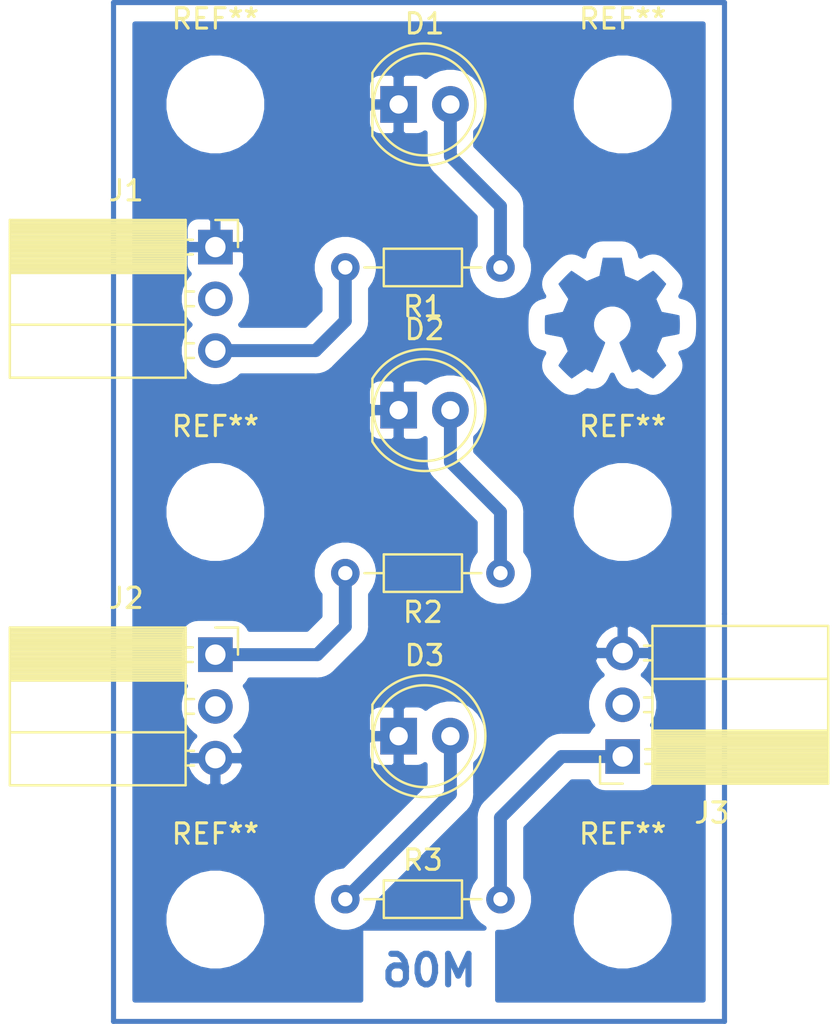
<source format=kicad_pcb>
(kicad_pcb (version 20241229) (generator "pcbnew") (generator_version "9.0")
  (layers (0 "F.Cu" signal) (2 "B.Cu" signal) (13 "F.Paste" user) (15 "B.Paste" user) (5 "F.SilkS" user) (7 "B.SilkS" user) (1 "F.Mask" user) (3 "B.Mask" user) (25 "Edge.Cuts" user))
  (net 0 "")
  (net 1 "Net-(D1-Pad2)")
  (net 2 "GND")
  (net 3 "Net-(D2-Pad2)")
  (net 4 "Net-(D3-Pad2)")
  (net 5 "Net-(J1-Pad3)")
  (net 6 "Net-(J1-Pad2)")
  (net 7 "Net-(J2-Pad2)")
  (net 8 "Net-(J2-Pad1)")
  (net 9 "Net-(J3-Pad2)")
  (net 10 "Net-(J3-Pad1)")
  (footprint "Connector_PinSocket_2.54mm:PinSocket_1x03_P2.54mm_Horizontal" (layer "F.Cu") (at 50 32)
    (property "Reference" "J1" (at -4.38 -2.77 0) (layer "F.SilkS"))
    (property "Value" "Conn_01x03")
    (fp_line (start -10.09 -1.33) (end -10.09 6.41) (stroke (width 0.12)) (layer "F.SilkS"))
    (fp_line (start -10.09 -1.33) (end -1.46 -1.33) (stroke (width 0.12)) (layer "F.SilkS"))
    (fp_line (start -10.09 -1.21) (end -1.46 -1.21) (stroke (width 0.12)) (layer "F.SilkS"))
    (fp_line (start -10.09 -1.091905) (end -1.46 -1.091905) (stroke (width 0.12)) (layer "F.SilkS"))
    (fp_line (start -10.09 -0.97381) (end -1.46 -0.97381) (stroke (width 0.12)) (layer "F.SilkS"))
    (fp_line (start -10.09 -0.855715) (end -1.46 -0.855715) (stroke (width 0.12)) (layer "F.SilkS"))
    (fp_line (start -10.09 -0.73762) (end -1.46 -0.73762) (stroke (width 0.12)) (layer "F.SilkS"))
    (fp_line (start -10.09 -0.619525) (end -1.46 -0.619525) (stroke (width 0.12)) (layer "F.SilkS"))
    (fp_line (start -10.09 -0.50143) (end -1.46 -0.50143) (stroke (width 0.12)) (layer "F.SilkS"))
    (fp_line (start -10.09 -0.383335) (end -1.46 -0.383335) (stroke (width 0.12)) (layer "F.SilkS"))
    (fp_line (start -10.09 -0.26524) (end -1.46 -0.26524) (stroke (width 0.12)) (layer "F.SilkS"))
    (fp_line (start -10.09 -0.147145) (end -1.46 -0.147145) (stroke (width 0.12)) (layer "F.SilkS"))
    (fp_line (start -10.09 -0.02905) (end -1.46 -0.02905) (stroke (width 0.12)) (layer "F.SilkS"))
    (fp_line (start -10.09 0.089045) (end -1.46 0.089045) (stroke (width 0.12)) (layer "F.SilkS"))
    (fp_line (start -10.09 0.20714) (end -1.46 0.20714) (stroke (width 0.12)) (layer "F.SilkS"))
    (fp_line (start -10.09 0.325235) (end -1.46 0.325235) (stroke (width 0.12)) (layer "F.SilkS"))
    (fp_line (start -10.09 0.44333) (end -1.46 0.44333) (stroke (width 0.12)) (layer "F.SilkS"))
    (fp_line (start -10.09 0.561425) (end -1.46 0.561425) (stroke (width 0.12)) (layer "F.SilkS"))
    (fp_line (start -10.09 0.67952) (end -1.46 0.67952) (stroke (width 0.12)) (layer "F.SilkS"))
    (fp_line (start -10.09 0.797615) (end -1.46 0.797615) (stroke (width 0.12)) (layer "F.SilkS"))
    (fp_line (start -10.09 0.91571) (end -1.46 0.91571) (stroke (width 0.12)) (layer "F.SilkS"))
    (fp_line (start -10.09 1.033805) (end -1.46 1.033805) (stroke (width 0.12)) (layer "F.SilkS"))
    (fp_line (start -10.09 1.1519) (end -1.46 1.1519) (stroke (width 0.12)) (layer "F.SilkS"))
    (fp_line (start -10.09 1.27) (end -1.46 1.27) (stroke (width 0.12)) (layer "F.SilkS"))
    (fp_line (start -10.09 3.81) (end -1.46 3.81) (stroke (width 0.12)) (layer "F.SilkS"))
    (fp_line (start -10.09 6.41) (end -1.46 6.41) (stroke (width 0.12)) (layer "F.SilkS"))
    (fp_line (start -1.46 -1.33) (end -1.46 6.41) (stroke (width 0.12)) (layer "F.SilkS"))
    (fp_line (start -1.46 -0.36) (end -1.11 -0.36) (stroke (width 0.12)) (layer "F.SilkS"))
    (fp_line (start -1.46 0.36) (end -1.11 0.36) (stroke (width 0.12)) (layer "F.SilkS"))
    (fp_line (start -1.46 2.18) (end -1.05 2.18) (stroke (width 0.12)) (layer "F.SilkS"))
    (fp_line (start -1.46 2.9) (end -1.05 2.9) (stroke (width 0.12)) (layer "F.SilkS"))
    (fp_line (start -1.46 4.72) (end -1.05 4.72) (stroke (width 0.12)) (layer "F.SilkS"))
    (fp_line (start -1.46 5.44) (end -1.05 5.44) (stroke (width 0.12)) (layer "F.SilkS"))
    (fp_line (start 0 -1.33) (end 1.11 -1.33) (stroke (width 0.12)) (layer "F.SilkS"))
    (fp_line (start 1.11 -1.33) (end 1.11 0) (stroke (width 0.12)) (layer "F.SilkS"))
    (pad "1" thru_hole rect (at 0 0) (size 1.7 1.7) (drill 1) (layers "*.Cu" "*.Mask") (net 2 "GND"))
    (pad "2" thru_hole oval (at 0 2.54) (size 1.7 1.7) (drill 1) (layers "*.Cu" "*.Mask") (net 6 "Net-(J1-Pad2)"))
    (pad "3" thru_hole oval (at 0 5.08) (size 1.7 1.7) (drill 1) (layers "*.Cu" "*.Mask") (net 5 "Net-(J1-Pad3)"))
  )
  (footprint "Connector_PinSocket_2.54mm:PinSocket_1x03_P2.54mm_Horizontal" (layer "F.Cu") (at 50 52)
    (property "Reference" "J2" (at -4.38 -2.77 0) (layer "F.SilkS"))
    (property "Value" "Conn_01x03")
    (fp_line (start -10.09 -1.33) (end -10.09 6.41) (stroke (width 0.12)) (layer "F.SilkS"))
    (fp_line (start -10.09 -1.33) (end -1.46 -1.33) (stroke (width 0.12)) (layer "F.SilkS"))
    (fp_line (start -10.09 -1.21) (end -1.46 -1.21) (stroke (width 0.12)) (layer "F.SilkS"))
    (fp_line (start -10.09 -1.091905) (end -1.46 -1.091905) (stroke (width 0.12)) (layer "F.SilkS"))
    (fp_line (start -10.09 -0.97381) (end -1.46 -0.97381) (stroke (width 0.12)) (layer "F.SilkS"))
    (fp_line (start -10.09 -0.855715) (end -1.46 -0.855715) (stroke (width 0.12)) (layer "F.SilkS"))
    (fp_line (start -10.09 -0.73762) (end -1.46 -0.73762) (stroke (width 0.12)) (layer "F.SilkS"))
    (fp_line (start -10.09 -0.619525) (end -1.46 -0.619525) (stroke (width 0.12)) (layer "F.SilkS"))
    (fp_line (start -10.09 -0.50143) (end -1.46 -0.50143) (stroke (width 0.12)) (layer "F.SilkS"))
    (fp_line (start -10.09 -0.383335) (end -1.46 -0.383335) (stroke (width 0.12)) (layer "F.SilkS"))
    (fp_line (start -10.09 -0.26524) (end -1.46 -0.26524) (stroke (width 0.12)) (layer "F.SilkS"))
    (fp_line (start -10.09 -0.147145) (end -1.46 -0.147145) (stroke (width 0.12)) (layer "F.SilkS"))
    (fp_line (start -10.09 -0.02905) (end -1.46 -0.02905) (stroke (width 0.12)) (layer "F.SilkS"))
    (fp_line (start -10.09 0.089045) (end -1.46 0.089045) (stroke (width 0.12)) (layer "F.SilkS"))
    (fp_line (start -10.09 0.20714) (end -1.46 0.20714) (stroke (width 0.12)) (layer "F.SilkS"))
    (fp_line (start -10.09 0.325235) (end -1.46 0.325235) (stroke (width 0.12)) (layer "F.SilkS"))
    (fp_line (start -10.09 0.44333) (end -1.46 0.44333) (stroke (width 0.12)) (layer "F.SilkS"))
    (fp_line (start -10.09 0.561425) (end -1.46 0.561425) (stroke (width 0.12)) (layer "F.SilkS"))
    (fp_line (start -10.09 0.67952) (end -1.46 0.67952) (stroke (width 0.12)) (layer "F.SilkS"))
    (fp_line (start -10.09 0.797615) (end -1.46 0.797615) (stroke (width 0.12)) (layer "F.SilkS"))
    (fp_line (start -10.09 0.91571) (end -1.46 0.91571) (stroke (width 0.12)) (layer "F.SilkS"))
    (fp_line (start -10.09 1.033805) (end -1.46 1.033805) (stroke (width 0.12)) (layer "F.SilkS"))
    (fp_line (start -10.09 1.1519) (end -1.46 1.1519) (stroke (width 0.12)) (layer "F.SilkS"))
    (fp_line (start -10.09 1.27) (end -1.46 1.27) (stroke (width 0.12)) (layer "F.SilkS"))
    (fp_line (start -10.09 3.81) (end -1.46 3.81) (stroke (width 0.12)) (layer "F.SilkS"))
    (fp_line (start -10.09 6.41) (end -1.46 6.41) (stroke (width 0.12)) (layer "F.SilkS"))
    (fp_line (start -1.46 -1.33) (end -1.46 6.41) (stroke (width 0.12)) (layer "F.SilkS"))
    (fp_line (start -1.46 -0.36) (end -1.11 -0.36) (stroke (width 0.12)) (layer "F.SilkS"))
    (fp_line (start -1.46 0.36) (end -1.11 0.36) (stroke (width 0.12)) (layer "F.SilkS"))
    (fp_line (start -1.46 2.18) (end -1.05 2.18) (stroke (width 0.12)) (layer "F.SilkS"))
    (fp_line (start -1.46 2.9) (end -1.05 2.9) (stroke (width 0.12)) (layer "F.SilkS"))
    (fp_line (start -1.46 4.72) (end -1.05 4.72) (stroke (width 0.12)) (layer "F.SilkS"))
    (fp_line (start -1.46 5.44) (end -1.05 5.44) (stroke (width 0.12)) (layer "F.SilkS"))
    (fp_line (start 0 -1.33) (end 1.11 -1.33) (stroke (width 0.12)) (layer "F.SilkS"))
    (fp_line (start 1.11 -1.33) (end 1.11 0) (stroke (width 0.12)) (layer "F.SilkS"))
    (pad "1" thru_hole rect (at 0 0) (size 1.7 1.7) (drill 1) (layers "*.Cu" "*.Mask") (net 8 "Net-(J2-Pad1)"))
    (pad "2" thru_hole oval (at 0 2.54) (size 1.7 1.7) (drill 1) (layers "*.Cu" "*.Mask") (net 7 "Net-(J2-Pad2)"))
    (pad "3" thru_hole oval (at 0 5.08) (size 1.7 1.7) (drill 1) (layers "*.Cu" "*.Mask") (net 2 "GND"))
  )
  (footprint "Resistor_THT:R_Axial_DIN0204_L3.6mm_D1.6mm_P7.62mm_Horizontal" (layer "F.Cu") (at 64 33 180)
    (property "Reference" "R1" (at 3.81 -1.92 0) (layer "F.SilkS"))
    (property "Value" "470")
    (fp_line (start 6.68 0) (end 5.73 0) (stroke (width 0.12)) (layer "F.SilkS"))
    (fp_line (start 5.73 0.92) (end 5.73 -0.92) (stroke (width 0.12)) (layer "F.SilkS"))
    (fp_line (start 5.73 -0.92) (end 1.89 -0.92) (stroke (width 0.12)) (layer "F.SilkS"))
    (fp_line (start 1.89 0.92) (end 5.73 0.92) (stroke (width 0.12)) (layer "F.SilkS"))
    (fp_line (start 1.89 -0.92) (end 1.89 0.92) (stroke (width 0.12)) (layer "F.SilkS"))
    (fp_line (start 0.94 0) (end 1.89 0) (stroke (width 0.12)) (layer "F.SilkS"))
    (pad "1" thru_hole circle (at 0 0 180) (size 1.4 1.4) (drill 0.7) (layers "*.Cu" "*.Mask") (net 1 "Net-(D1-Pad2)"))
    (pad "2" thru_hole oval (at 7.62 0 180) (size 1.4 1.4) (drill 0.7) (layers "*.Cu" "*.Mask") (net 5 "Net-(J1-Pad3)"))
  )
  (footprint "LED_THT:LED_D5.0mm" (layer "F.Cu") (at 59 25)
    (property "Reference" "D1" (at 1.27 -3.96 0) (layer "F.SilkS"))
    (property "Value" "ROJO")
    (fp_line (start -1.29 -1.545) (end -1.29 1.545) (stroke (width 0.12)) (layer "F.SilkS"))
    (fp_arc (start -1.29 -1.54483) (mid 2.072002 -2.880433) (end 4.26 0.000462) (stroke (width 0.12)) (layer "F.SilkS"))
    (fp_arc (start 4.26 -0.000462) (mid 2.072002 2.880433) (end -1.29 1.54483) (stroke (width 0.12)) (layer "F.SilkS"))
    (fp_circle (center 1.27 0) (end 3.77 0) (stroke (width 0.12)) (fill no) (layer "F.SilkS"))
    (pad "1" thru_hole rect (at 0 0) (size 1.8 1.8) (drill 0.9) (layers "*.Cu" "*.Mask") (net 2 "GND"))
    (pad "2" thru_hole circle (at 2.54 0) (size 1.8 1.8) (drill 0.9) (layers "*.Cu" "*.Mask") (net 1 "Net-(D1-Pad2)"))
  )
  (footprint "LED_THT:LED_D5.0mm" (layer "F.Cu") (at 59 40)
    (property "Reference" "D2" (at 1.27 -3.96 0) (layer "F.SilkS"))
    (property "Value" "AMARILLO")
    (fp_line (start -1.29 -1.545) (end -1.29 1.545) (stroke (width 0.12)) (layer "F.SilkS"))
    (fp_arc (start -1.29 -1.54483) (mid 2.072002 -2.880433) (end 4.26 0.000462) (stroke (width 0.12)) (layer "F.SilkS"))
    (fp_arc (start 4.26 -0.000462) (mid 2.072002 2.880433) (end -1.29 1.54483) (stroke (width 0.12)) (layer "F.SilkS"))
    (fp_circle (center 1.27 0) (end 3.77 0) (stroke (width 0.12)) (fill no) (layer "F.SilkS"))
    (pad "1" thru_hole rect (at 0 0) (size 1.8 1.8) (drill 0.9) (layers "*.Cu" "*.Mask") (net 2 "GND"))
    (pad "2" thru_hole circle (at 2.54 0) (size 1.8 1.8) (drill 0.9) (layers "*.Cu" "*.Mask") (net 3 "Net-(D2-Pad2)"))
  )
  (footprint "LED_THT:LED_D5.0mm" (layer "F.Cu") (at 59 56)
    (property "Reference" "D3" (at 1.27 -3.96 0) (layer "F.SilkS"))
    (property "Value" "VERDE")
    (fp_line (start -1.29 -1.545) (end -1.29 1.545) (stroke (width 0.12)) (layer "F.SilkS"))
    (fp_arc (start -1.29 -1.54483) (mid 2.072002 -2.880433) (end 4.26 0.000462) (stroke (width 0.12)) (layer "F.SilkS"))
    (fp_arc (start 4.26 -0.000462) (mid 2.072002 2.880433) (end -1.29 1.54483) (stroke (width 0.12)) (layer "F.SilkS"))
    (fp_circle (center 1.27 0) (end 3.77 0) (stroke (width 0.12)) (fill no) (layer "F.SilkS"))
    (pad "1" thru_hole rect (at 0 0) (size 1.8 1.8) (drill 0.9) (layers "*.Cu" "*.Mask") (net 2 "GND"))
    (pad "2" thru_hole circle (at 2.54 0) (size 1.8 1.8) (drill 0.9) (layers "*.Cu" "*.Mask") (net 4 "Net-(D3-Pad2)"))
  )
  (footprint "Resistor_THT:R_Axial_DIN0204_L3.6mm_D1.6mm_P7.62mm_Horizontal" (layer "F.Cu") (at 56.38 64)
    (property "Reference" "R3" (at 3.81 -1.92 0) (layer "F.SilkS"))
    (property "Value" "470")
    (fp_line (start 0.94 0) (end 1.89 0) (stroke (width 0.12)) (layer "F.SilkS"))
    (fp_line (start 1.89 -0.92) (end 1.89 0.92) (stroke (width 0.12)) (layer "F.SilkS"))
    (fp_line (start 1.89 0.92) (end 5.73 0.92) (stroke (width 0.12)) (layer "F.SilkS"))
    (fp_line (start 5.73 -0.92) (end 1.89 -0.92) (stroke (width 0.12)) (layer "F.SilkS"))
    (fp_line (start 5.73 0.92) (end 5.73 -0.92) (stroke (width 0.12)) (layer "F.SilkS"))
    (fp_line (start 6.68 0) (end 5.73 0) (stroke (width 0.12)) (layer "F.SilkS"))
    (pad "1" thru_hole circle (at 0 0) (size 1.4 1.4) (drill 0.7) (layers "*.Cu" "*.Mask") (net 4 "Net-(D3-Pad2)"))
    (pad "2" thru_hole oval (at 7.62 0) (size 1.4 1.4) (drill 0.7) (layers "*.Cu" "*.Mask") (net 10 "Net-(J3-Pad1)"))
  )
  (footprint "MountingHole:MountingHole_3.2mm_M3" (layer "F.Cu") (at 70 25)
    (property "Reference" "REF**" (at 0 -4.2 0) (layer "F.SilkS"))
    (property "Value" "MountingHole_3.2mm_M3" (hide yes))
    (pad "" np_thru_hole circle (at 0 0) (size 3.2 3.2) (drill 3.2) (layers "*.Cu" "*.Mask"))
  )
  (footprint "MountingHole:MountingHole_3.2mm_M3" (layer "F.Cu") (at 50 45)
    (property "Reference" "REF**" (at 0 -4.2 0) (layer "F.SilkS"))
    (property "Value" "MountingHole_3.2mm_M3" (hide yes))
    (pad "" np_thru_hole circle (at 0 0) (size 3.2 3.2) (drill 3.2) (layers "*.Cu" "*.Mask"))
  )
  (footprint "MountingHole:MountingHole_3.2mm_M3" (layer "F.Cu") (at 50 65)
    (property "Reference" "REF**" (at 0 -4.2 0) (layer "F.SilkS"))
    (property "Value" "MountingHole_3.2mm_M3" (hide yes))
    (pad "" np_thru_hole circle (at 0 0) (size 3.2 3.2) (drill 3.2) (layers "*.Cu" "*.Mask"))
  )
  (footprint "MountingHole:MountingHole_3.2mm_M3" (layer "F.Cu") (at 50 25)
    (property "Reference" "REF**" (at 0 -4.2 0) (layer "F.SilkS"))
    (property "Value" "MountingHole_3.2mm_M3" (hide yes))
    (pad "" np_thru_hole circle (at 0 0) (size 3.2 3.2) (drill 3.2) (layers "*.Cu" "*.Mask"))
  )
  (footprint "MountingHole:MountingHole_3.2mm_M3" (layer "F.Cu") (at 70 45)
    (property "Reference" "REF**" (at 0 -4.2 0) (layer "F.SilkS"))
    (property "Value" "MountingHole_3.2mm_M3" (hide yes))
    (pad "" np_thru_hole circle (at 0 0) (size 3.2 3.2) (drill 3.2) (layers "*.Cu" "*.Mask"))
  )
  (footprint "MountingHole:MountingHole_3.2mm_M3" (layer "F.Cu") (at 70 65)
    (property "Reference" "REF**" (at 0 -4.2 0) (layer "F.SilkS"))
    (property "Value" "MountingHole_3.2mm_M3" (hide yes))
    (pad "" np_thru_hole circle (at 0 0) (size 3.2 3.2) (drill 3.2) (layers "*.Cu" "*.Mask"))
  )
  (footprint "Connector_PinSocket_2.54mm:PinSocket_1x03_P2.54mm_Horizontal" (layer "F.Cu") (at 70 57 180)
    (property "Reference" "J3" (at -4.38 -2.77 0) (layer "F.SilkS"))
    (property "Value" "Conn_01x03")
    (fp_line (start 1.11 -1.33) (end 1.11 0) (stroke (width 0.12)) (layer "F.SilkS"))
    (fp_line (start 0 -1.33) (end 1.11 -1.33) (stroke (width 0.12)) (layer "F.SilkS"))
    (fp_line (start -1.46 5.44) (end -1.05 5.44) (stroke (width 0.12)) (layer "F.SilkS"))
    (fp_line (start -1.46 4.72) (end -1.05 4.72) (stroke (width 0.12)) (layer "F.SilkS"))
    (fp_line (start -1.46 2.9) (end -1.05 2.9) (stroke (width 0.12)) (layer "F.SilkS"))
    (fp_line (start -1.46 2.18) (end -1.05 2.18) (stroke (width 0.12)) (layer "F.SilkS"))
    (fp_line (start -1.46 0.36) (end -1.11 0.36) (stroke (width 0.12)) (layer "F.SilkS"))
    (fp_line (start -1.46 -0.36) (end -1.11 -0.36) (stroke (width 0.12)) (layer "F.SilkS"))
    (fp_line (start -1.46 -1.33) (end -1.46 6.41) (stroke (width 0.12)) (layer "F.SilkS"))
    (fp_line (start -10.09 6.41) (end -1.46 6.41) (stroke (width 0.12)) (layer "F.SilkS"))
    (fp_line (start -10.09 3.81) (end -1.46 3.81) (stroke (width 0.12)) (layer "F.SilkS"))
    (fp_line (start -10.09 1.27) (end -1.46 1.27) (stroke (width 0.12)) (layer "F.SilkS"))
    (fp_line (start -10.09 1.1519) (end -1.46 1.1519) (stroke (width 0.12)) (layer "F.SilkS"))
    (fp_line (start -10.09 1.033805) (end -1.46 1.033805) (stroke (width 0.12)) (layer "F.SilkS"))
    (fp_line (start -10.09 0.91571) (end -1.46 0.91571) (stroke (width 0.12)) (layer "F.SilkS"))
    (fp_line (start -10.09 0.797615) (end -1.46 0.797615) (stroke (width 0.12)) (layer "F.SilkS"))
    (fp_line (start -10.09 0.67952) (end -1.46 0.67952) (stroke (width 0.12)) (layer "F.SilkS"))
    (fp_line (start -10.09 0.561425) (end -1.46 0.561425) (stroke (width 0.12)) (layer "F.SilkS"))
    (fp_line (start -10.09 0.44333) (end -1.46 0.44333) (stroke (width 0.12)) (layer "F.SilkS"))
    (fp_line (start -10.09 0.325235) (end -1.46 0.325235) (stroke (width 0.12)) (layer "F.SilkS"))
    (fp_line (start -10.09 0.20714) (end -1.46 0.20714) (stroke (width 0.12)) (layer "F.SilkS"))
    (fp_line (start -10.09 0.089045) (end -1.46 0.089045) (stroke (width 0.12)) (layer "F.SilkS"))
    (fp_line (start -10.09 -0.02905) (end -1.46 -0.02905) (stroke (width 0.12)) (layer "F.SilkS"))
    (fp_line (start -10.09 -0.147145) (end -1.46 -0.147145) (stroke (width 0.12)) (layer "F.SilkS"))
    (fp_line (start -10.09 -0.26524) (end -1.46 -0.26524) (stroke (width 0.12)) (layer "F.SilkS"))
    (fp_line (start -10.09 -0.383335) (end -1.46 -0.383335) (stroke (width 0.12)) (layer "F.SilkS"))
    (fp_line (start -10.09 -0.50143) (end -1.46 -0.50143) (stroke (width 0.12)) (layer "F.SilkS"))
    (fp_line (start -10.09 -0.619525) (end -1.46 -0.619525) (stroke (width 0.12)) (layer "F.SilkS"))
    (fp_line (start -10.09 -0.73762) (end -1.46 -0.73762) (stroke (width 0.12)) (layer "F.SilkS"))
    (fp_line (start -10.09 -0.855715) (end -1.46 -0.855715) (stroke (width 0.12)) (layer "F.SilkS"))
    (fp_line (start -10.09 -0.97381) (end -1.46 -0.97381) (stroke (width 0.12)) (layer "F.SilkS"))
    (fp_line (start -10.09 -1.091905) (end -1.46 -1.091905) (stroke (width 0.12)) (layer "F.SilkS"))
    (fp_line (start -10.09 -1.21) (end -1.46 -1.21) (stroke (width 0.12)) (layer "F.SilkS"))
    (fp_line (start -10.09 -1.33) (end -1.46 -1.33) (stroke (width 0.12)) (layer "F.SilkS"))
    (fp_line (start -10.09 -1.33) (end -10.09 6.41) (stroke (width 0.12)) (layer "F.SilkS"))
    (pad "1" thru_hole rect (at 0 0 180) (size 1.7 1.7) (drill 1) (layers "*.Cu" "*.Mask") (net 10 "Net-(J3-Pad1)"))
    (pad "2" thru_hole oval (at 0 2.54 180) (size 1.7 1.7) (drill 1) (layers "*.Cu" "*.Mask") (net 9 "Net-(J3-Pad2)"))
    (pad "3" thru_hole oval (at 0 5.08 180) (size 1.7 1.7) (drill 1) (layers "*.Cu" "*.Mask") (net 2 "GND"))
  )
  (footprint "Resistor_THT:R_Axial_DIN0204_L3.6mm_D1.6mm_P7.62mm_Horizontal" (layer "F.Cu") (at 64 48 180)
    (property "Reference" "R2" (at 3.81 -1.92 0) (layer "F.SilkS"))
    (property "Value" "470")
    (fp_line (start 6.68 0) (end 5.73 0) (stroke (width 0.12)) (layer "F.SilkS"))
    (fp_line (start 5.73 0.92) (end 5.73 -0.92) (stroke (width 0.12)) (layer "F.SilkS"))
    (fp_line (start 5.73 -0.92) (end 1.89 -0.92) (stroke (width 0.12)) (layer "F.SilkS"))
    (fp_line (start 1.89 0.92) (end 5.73 0.92) (stroke (width 0.12)) (layer "F.SilkS"))
    (fp_line (start 1.89 -0.92) (end 1.89 0.92) (stroke (width 0.12)) (layer "F.SilkS"))
    (fp_line (start 0.94 0) (end 1.89 0) (stroke (width 0.12)) (layer "F.SilkS"))
    (pad "1" thru_hole circle (at 0 0 180) (size 1.4 1.4) (drill 0.7) (layers "*.Cu" "*.Mask") (net 3 "Net-(D2-Pad2)"))
    (pad "2" thru_hole oval (at 7.62 0 180) (size 1.4 1.4) (drill 0.7) (layers "*.Cu" "*.Mask") (net 8 "Net-(J2-Pad1)"))
  )
  (footprint "Symbol:OSHW-Symbol_6.7x6mm_Copper" (layer "B.Cu") (at 69.5 35.5 180)
    (property "Reference" "REF**" (hide yes))
    (property "Value" "OSHW-Symbol_6.7x6mm_Copper" (hide yes))
    (fp_poly (pts (xy 0.555814 2.531069) (xy 0.639635 2.086445) (xy 0.94892 1.958947) (xy 1.258206 1.831449) (xy 1.629246 2.083754) (xy 1.733157 2.154004) (xy 1.827087 2.216728) (xy 1.906652 2.269062) (xy 1.96747 2.308143) (xy 2.005157 2.331107) (xy 2.015421 2.336058) (xy 2.03391 2.323324) (xy 2.07342 2.288118) (xy 2.129522 2.234938) (xy 2.197787 2.168282) (xy 2.273786 2.092646) (xy 2.353092 2.012528) (xy 2.431275 1.932426) (xy 2.503907 1.856836) (xy 2.566559 1.790255) (xy 2.614803 1.737182) (xy 2.64421 1.702113) (xy 2.651241 1.690377) (xy 2.641123 1.66874) (xy 2.612759 1.621338) (xy 2.569129 1.552807) (xy 2.513218 1.467785) (xy 2.448006 1.370907) (xy 2.410219 1.31565) (xy 2.341343 1.214752) (xy 2.28014 1.123701) (xy 2.229578 1.04703) (xy 2.192628 0.989272) (xy 2.172258 0.954957) (xy 2.169197 0.947746) (xy 2.176136 0.927252) (xy 2.195051 0.879487) (xy 2.223087 0.811168) (xy 2.257391 0.729011) (xy 2.295109 0.63973) (xy 2.333387 0.550042) (xy 2.36937 0.466662) (xy 2.400206 0.396306) (xy 2.423039 0.34569) (xy 2.435017 0.321529) (xy 2.435724 0.320578) (xy 2.454531 0.315964) (xy 2.504618 0.305672) (xy 2.580793 0.290713) (xy 2.677865 0.272099) (xy 2.790643 0.250841) (xy 2.856442 0.238582) (xy 2.97695 0.215638) (xy 3.085797 0.193805) (xy 3.177476 0.174278) (xy 3.246481 0.158252) (xy 3.287304 0.146921) (xy 3.295511 0.143326) (xy 3.303548 0.118994) (xy 3.310033 0.064041) (xy 3.31497 -0.015108) (xy 3.318364 -0.112026) (xy 3.320218 -0.220287) (xy 3.320538 -0.333465) (xy 3.319327 -0.445135) (xy 3.31659 -0.548868) (xy 3.312331 -0.638241) (xy 3.306555 -0.706826) (xy 3.299267 -0.748197) (xy 3.294895 -0.75681) (xy 3.268764 -0.767133) (xy 3.213393 -0.781892) (xy 3.136107 -0.799352) (xy 3.04423 -0.81778) (xy 3.012158 -0.823741) (xy 2.857524 -0.852066) (xy 2.735375 -0.874876) (xy 2.641673 -0.89308) (xy 2.572384 -0.907583) (xy 2.523471 -0.919292) (xy 2.490897 -0.929115) (xy 2.470628 -0.937956) (xy 2.458626 -0.946724) (xy 2.456947 -0.948457) (xy 2.440184 -0.976371) (xy 2.414614 -1.030695) (xy 2.382788 -1.104777) (xy 2.34726 -1.191965) (xy 2.310583 -1.285608) (xy 2.275311 -1.379052) (xy 2.243996 -1.465647) (xy 2.219193 -1.53874) (xy 2.203454 -1.591678) (xy 2.199332 -1.617811) (xy 2.199676 -1.618726) (xy 2.213641 -1.640086) (xy 2.245322 -1.687084) (xy 2.291391 -1.754827) (xy 2.348518 -1.838423) (xy 2.413373 -1.932982) (xy 2.431843 -1.959854) (xy 2.497699 -2.057275) (xy 2.55565 -2.146163) (xy 2.602538 -2.221412) (xy 2.635207 -2.27792) (xy 2.6505 -2.310581) (xy 2.651241 -2.314593) (xy 2.638392 -2.335684) (xy 2.602888 -2.377464) (xy 2.549293 -2.435445) (xy 2.482171 -2.505135) (xy 2.406087 -2.582045) (xy 2.325604 -2.661683) (xy 2.245287 -2.739561) (xy 2.169699 -2.811186) (xy 2.103405 -2.87207) (xy 2.050969 -2.917721) (xy 2.016955 -2.94365) (xy 2.007545 -2.947883) (xy 1.985643 -2.937912) (xy 1.9408 -2.91102) (xy 1.880321 -2.871736) (xy 1.833789 -2.840117) (xy 1.749475 -2.782098) (xy 1.649626 -2.713784) (xy 1.549473 -2.645579) (xy 1.495627 -2.609075) (xy 1.313371 -2.4858) (xy 1.160381 -2.56852) (xy 1.090682 -2.604759) (xy 1.031414 -2.632926) (xy 0.991311 -2.648991) (xy 0.981103 -2.651226) (xy 0.968829 -2.634722) (xy 0.944613 -2.588082) (xy 0.910263 -2.515609) (xy 0.867588 -2.421606) (xy 0.818394 -2.310374) (xy 0.76449 -2.186215) (xy 0.707684 -2.053432) (xy 0.649782 -1.916327) (xy 0.592593 -1.779202) (xy 0.537924 -1.646358) (xy 0.487584 -1.522098) (xy 0.44338 -1.410725) (xy 0.407119 -1.316539) (xy 0.380609 -1.243844) (xy 0.365658 -1.196941) (xy 0.363254 -1.180833) (xy 0.382311 -1.160286) (xy 0.424036 -1.126933) (xy 0.479706 -1.087702) (xy 0.484378 -1.084599) (xy 0.628264 -0.969423) (xy 0.744283 -0.835053) (xy 0.83143 -0.685784) (xy 0.888699 -0.525913) (xy 0.915086 -0.359737) (xy 0.909585 -0.191552) (xy 0.87119 -0.025655) (xy 0.798895 0.133658) (xy 0.777626 0.168513) (xy 0.666996 0.309263) (xy 0.536302 0.422286) (xy 0.390064 0.506997) (xy 0.232808 0.562806) (xy 0.069057 0.589126) (xy -0.096667 0.58537) (xy -0.259838 0.55095) (xy -0.415935 0.485277) (xy -0.560433 0.387765) (xy -0.605131 0.348187) (xy -0.718888 0.224297) (xy -0.801782 0.093876) (xy -0.858644 -0.052315) (xy -0.890313 -0.197088) (xy -0.898131 -0.35986) (xy -0.872062 -0.52344) (xy -0.814755 -0.682298) (xy -0.728856 -0.830906) (xy -0.617014 -0.963735) (xy -0.481877 -1.075256) (xy -0.464117 -1.087011) (xy -0.40785 -1.125508) (xy -0.365077 -1.158863) (xy -0.344628 -1.18016) (xy -0.344331 -1.180833) (xy -0.348721 -1.203871) (xy -0.366124 -1.256157) (xy -0.394732 -1.33339) (xy -0.432735 -1.431268) (xy -0.478326 -1.545491) (xy -0.529697 -1.671758) (xy -0.585038 -1.805767) (xy -0.642542 -1.943218) (xy -0.700399 -2.079808) (xy -0.756802 -2.211237) (xy -0.809942 -2.333205) (xy -0.85801 -2.441409) (xy -0.899199 -2.531549) (xy -0.931699 -2.599323) (xy -0.953703 -2.64043) (xy -0.962564 -2.651226) (xy -0.98964 -2.642819) (xy -1.040303 -2.620272) (xy -1.105817 -2.587613) (xy -1.141841 -2.56852) (xy -1.294832 -2.4858) (xy -1.477088 -2.609075) (xy -1.570125 -2.672228) (xy -1.671985 -2.741727) (xy -1.767438 -2.807165) (xy -1.81525 -2.840117) (xy -1.882495 -2.885273) (xy -1.939436 -2.921057) (xy -1.978646 -2.942938) (xy -1.991381 -2.947563) (xy -2.009917 -2.935085) (xy -2.050941 -2.900252) (xy -2.110475 -2.846678) (xy -2.184542 -2.777983) (xy -2.269165 -2.697781) (xy -2.322685 -2.646286) (xy -2.416319 -2.554286) (xy -2.497241 -2.471999) (xy -2.562177 -2.402945) (xy -2.607858 -2.350644) (xy -2.631011 -2.318616) (xy -2.633232 -2.312116) (xy -2.622924 -2.287394) (xy -2.594439 -2.237405) (xy -2.550937 -2.167212) (xy -2.495577 -2.081875) (xy -2.43152 -1.986456) (xy -2.413303 -1.959854) (xy -2.346927 -1.863167) (xy -2.287378 -1.776117) (xy -2.237984 -1.703595) (xy -2.202075 -1.650493) (xy -2.182981 -1.621703) (xy -2.181136 -1.618726) (xy -2.183895 -1.595782) (xy -2.198538 -1.545336) (xy -2.222513 -1.474041) (xy -2.253266 -1.388547) (xy -2.288244 -1.295507) (xy -2.324893 -1.201574) (xy -2.360661 -1.113399) (xy -2.392994 -1.037634) (xy -2.419338 -0.980931) (xy -2.437142 -0.949943) (xy -2.438407 -0.948457) (xy -2.449294 -0.939601) (xy -2.467682 -0.930843) (xy -2.497606 -0.921277) (xy -2.543103 -0.909996) (xy -2.608209 -0.896093) (xy -2.696961 -0.878663) (xy -2.813393 -0.856798) (xy -2.961542 -0.829591) (xy -2.993618 -0.823741) (xy -3.088686 -0.805374) (xy -3.171565 -0.787405) (xy -3.23493 -0.771569) (xy -3.271458 -0.7596) (xy -3.276356 -0.75681) (xy -3.284427 -0.732072) (xy -3.290987 -0.67679) (xy -3.296033 -0.597389) (xy -3.299559 -0.500296) (xy -3.301561 -0.391938) (xy -3.302036 -0.27874) (xy -3.300977 -0.167128) (xy -3.298382 -0.063529) (xy -3.294246 0.025632) (xy -3.288563 0.093928) (xy -3.281331 0.134934) (xy -3.276971 0.143326) (xy -3.252698 0.151792) (xy -3.197426 0.165565) (xy -3.116662 0.18345) (xy -3.015912 0.204252) (xy -2.900683 0.226777) (xy -2.837902 0.238582) (xy -2.718787 0.260849) (xy -2.612565 0.281021) (xy -2.524427 0.298085) (xy -2.459566 0.311031) (xy -2.423174 0.318845) (xy -2.417184 0.320578) (xy -2.407061 0.34011) (xy -2.385662 0.387157) (xy -2.355839 0.454997) (xy -2.320445 0.536909) (xy -2.282332 0.626172) (xy -2.244353 0.716065) (xy -2.20936 0.799865) (xy -2.180206 0.870853) (xy -2.159743 0.922306) (xy -2.150823 0.947503) (xy -2.150657 0.948604) (xy -2.160769 0.968481) (xy -2.189117 1.014223) (xy -2.232723 1.081283) (xy -2.288606 1.165116) (xy -2.353787 1.261174) (xy -2.391679 1.31635) (xy -2.460725 1.417519) (xy -2.52205 1.50937) (xy -2.572663 1.587256) (xy -2.609571 1.646531) (xy -2.629782 1.682549) (xy -2.632701 1.690623) (xy -2.620153 1.709416) (xy -2.585463 1.749543) (xy -2.533063 1.806507) (xy -2.467384 1.875815) (xy -2.392856 1.952969) (xy -2.313913 2.033475) (xy -2.234983 2.112837) (xy -2.1605 2.18656) (xy -2.094894 2.250148) (xy -2.042596 2.299106) (xy -2.008039 2.328939) (xy -1.996478 2.336058) (xy -1.977654 2.326047) (xy -1.932631 2.297922) (xy -1.865787 2.254546) (xy -1.781499 2.198782) (xy -1.684144 2.133494) (xy -1.610707 2.083754) (xy -1.239667 1.831449) (xy -0.621095 2.086445) (xy -0.537275 2.531069) (xy -0.453454 2.975693) (xy 0.471994 2.975693) (xy 0.555814 2.531069)) (stroke (width 0.01)) (fill yes) (layer "B.Cu"))
  )
  (gr_text "M06" (at 60.5 67.5 0) (layer "B.Cu") (effects (font (size 1.5 1.5) (thickness 0.3)) (justify mirror)))
  (segment (start 45 20) (end 75 20) (width 0.25) (layer "B.Cu") (net 0))
  (segment (start 45 70) (end 45 20) (width 0.25) (layer "B.Cu") (net 0))
  (segment (start 75 70) (end 45 70) (width 0.25) (layer "B.Cu") (net 0))
  (segment (start 75 20) (end 75 50) (width 0.25) (layer "B.Cu") (net 0))
  (segment (start 75 50) (end 75 70) (width 0.25) (layer "B.Cu") (net 0))
  (segment (start 64 30) (end 64 33) (width 0.635) (layer "B.Cu") (net 1))
  (segment (start 61.54 27.54) (end 64 30) (width 0.635) (layer "B.Cu") (net 1))
  (segment (start 61.54 25) (end 61.54 27.54) (width 0.635) (layer "B.Cu") (net 1))
  (segment (start 61.54 42.54) (end 64 45) (width 0.635) (layer "B.Cu") (net 3))
  (segment (start 64 45) (end 64 48) (width 0.635) (layer "B.Cu") (net 3))
  (segment (start 61.54 40) (end 61.54 42.54) (width 0.635) (layer "B.Cu") (net 3))
  (segment (start 61.54 56) (end 61.54 58.54) (width 0.635) (layer "B.Cu") (net 4))
  (segment (start 56.38 64) (end 61.54 58.84) (width 0.635) (layer "B.Cu") (net 4))
  (segment (start 61.54 58.84) (end 61.54 58.54) (width 0.635) (layer "B.Cu") (net 4))
  (segment (start 56.38 35.62) (end 56.38 33) (width 0.635) (layer "B.Cu") (net 5))
  (segment (start 54.92 37.08) (end 56.38 35.62) (width 0.635) (layer "B.Cu") (net 5))
  (segment (start 50 37.08) (end 54.92 37.08) (width 0.635) (layer "B.Cu") (net 5))
  (segment (start 55 52) (end 50 52) (width 0.635) (layer "B.Cu") (net 8))
  (segment (start 56.38 50.62) (end 55 52) (width 0.635) (layer "B.Cu") (net 8))
  (segment (start 56.38 48) (end 56.38 50.62) (width 0.635) (layer "B.Cu") (net 8))
  (segment (start 64 60) (end 67 57) (width 0.635) (layer "B.Cu") (net 10))
  (segment (start 67 57) (end 70 57) (width 0.635) (layer "B.Cu") (net 10))
  (segment (start 64 64) (end 64 60) (width 0.635) (layer "B.Cu") (net 10))
  (zone (net 2) (net_name "GND") (layer "B.Cu") (connect_pads (clearance 0.8)) (min_thickness 0.254) (fill yes (thermal_gap 0.508) (thermal_bridge_width 0.508))
    (polygon (pts (xy 75 70) (xy 45 70) (xy 45 20) (xy 75 20)))
  )
)
</source>
